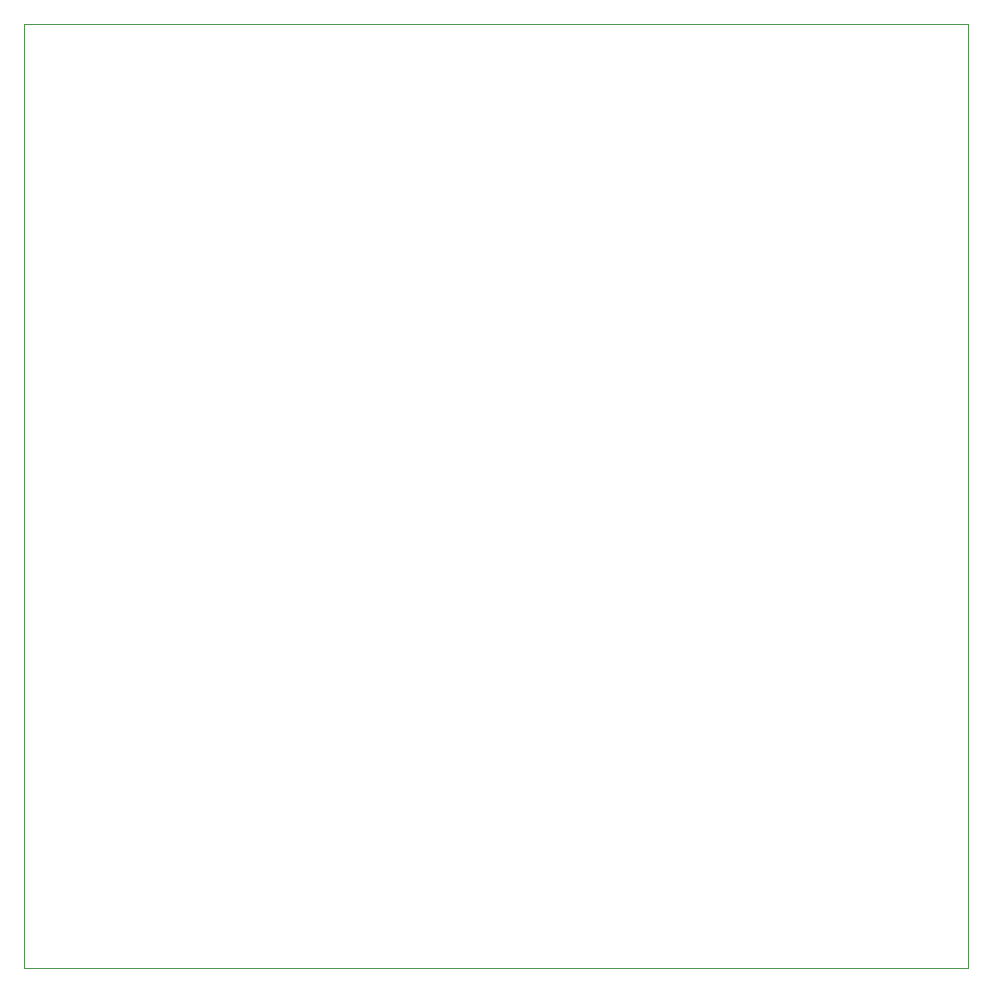
<source format=gm1>
G04 #@! TF.GenerationSoftware,KiCad,Pcbnew,(6.0.10-0)*
G04 #@! TF.CreationDate,2023-03-01T17:49:15-06:00*
G04 #@! TF.ProjectId,monitor_subsystem,6d6f6e69-746f-4725-9f73-756273797374,rev?*
G04 #@! TF.SameCoordinates,Original*
G04 #@! TF.FileFunction,Profile,NP*
%FSLAX46Y46*%
G04 Gerber Fmt 4.6, Leading zero omitted, Abs format (unit mm)*
G04 Created by KiCad (PCBNEW (6.0.10-0)) date 2023-03-01 17:49:15*
%MOMM*%
%LPD*%
G01*
G04 APERTURE LIST*
G04 #@! TA.AperFunction,Profile*
%ADD10C,0.100000*%
G04 #@! TD*
G04 APERTURE END LIST*
D10*
X122555000Y-66294000D02*
X202438000Y-66294000D01*
X202438000Y-66294000D02*
X202438000Y-146177000D01*
X202438000Y-146177000D02*
X122555000Y-146177000D01*
X122555000Y-146177000D02*
X122555000Y-66294000D01*
M02*

</source>
